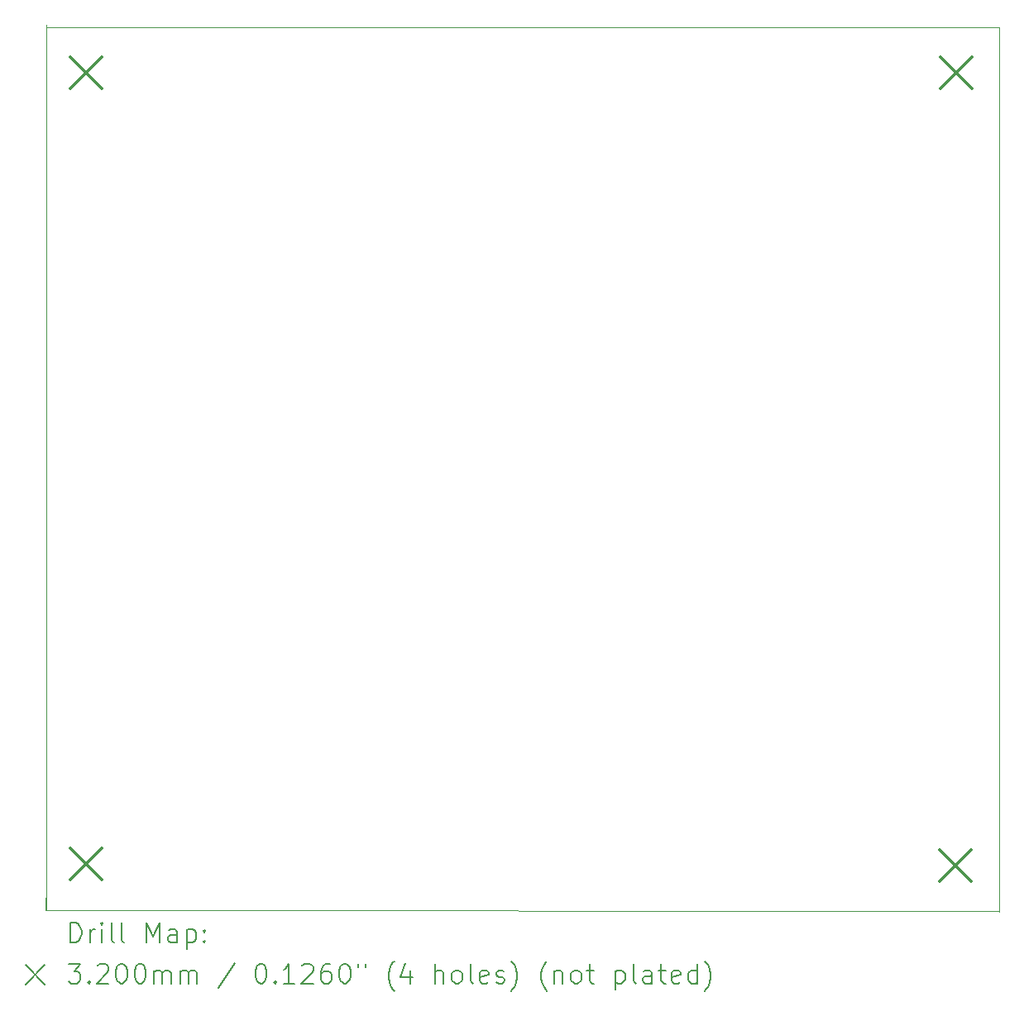
<source format=gbr>
%TF.GenerationSoftware,KiCad,Pcbnew,9.0.6*%
%TF.CreationDate,2025-12-01T13:26:05+09:00*%
%TF.ProjectId,ATTiny85-mppt,41545469-6e79-4383-952d-6d7070742e6b,1.9*%
%TF.SameCoordinates,Original*%
%TF.FileFunction,Drillmap*%
%TF.FilePolarity,Positive*%
%FSLAX45Y45*%
G04 Gerber Fmt 4.5, Leading zero omitted, Abs format (unit mm)*
G04 Created by KiCad (PCBNEW 9.0.6) date 2025-12-01 13:26:05*
%MOMM*%
%LPD*%
G01*
G04 APERTURE LIST*
%ADD10C,0.100000*%
%ADD11C,0.200000*%
%ADD12C,0.320000*%
G04 APERTURE END LIST*
D10*
X4457700Y-11351768D02*
X4465828Y-11089640D01*
X14217904Y-11360404D02*
X4457700Y-11351768D01*
X4465320Y-11338052D02*
X4465320Y-2279396D01*
X14221968Y-2305812D02*
X14221968Y-11362944D01*
X4478020Y-2305812D02*
X14221968Y-2305812D01*
D11*
D12*
X4711212Y-2612664D02*
X5031212Y-2932664D01*
X5031212Y-2612664D02*
X4711212Y-2932664D01*
X4711212Y-10715772D02*
X5031212Y-11035772D01*
X5031212Y-10715772D02*
X4711212Y-11035772D01*
X13613404Y-10733044D02*
X13933404Y-11053044D01*
X13933404Y-10733044D02*
X13613404Y-11053044D01*
X13621532Y-2611140D02*
X13941532Y-2931140D01*
X13941532Y-2611140D02*
X13621532Y-2931140D01*
D11*
X4713477Y-11679428D02*
X4713477Y-11479428D01*
X4713477Y-11479428D02*
X4761096Y-11479428D01*
X4761096Y-11479428D02*
X4789667Y-11488952D01*
X4789667Y-11488952D02*
X4808715Y-11507999D01*
X4808715Y-11507999D02*
X4818239Y-11527047D01*
X4818239Y-11527047D02*
X4827763Y-11565142D01*
X4827763Y-11565142D02*
X4827763Y-11593713D01*
X4827763Y-11593713D02*
X4818239Y-11631809D01*
X4818239Y-11631809D02*
X4808715Y-11650856D01*
X4808715Y-11650856D02*
X4789667Y-11669904D01*
X4789667Y-11669904D02*
X4761096Y-11679428D01*
X4761096Y-11679428D02*
X4713477Y-11679428D01*
X4913477Y-11679428D02*
X4913477Y-11546094D01*
X4913477Y-11584190D02*
X4923001Y-11565142D01*
X4923001Y-11565142D02*
X4932524Y-11555618D01*
X4932524Y-11555618D02*
X4951572Y-11546094D01*
X4951572Y-11546094D02*
X4970620Y-11546094D01*
X5037286Y-11679428D02*
X5037286Y-11546094D01*
X5037286Y-11479428D02*
X5027763Y-11488952D01*
X5027763Y-11488952D02*
X5037286Y-11498475D01*
X5037286Y-11498475D02*
X5046810Y-11488952D01*
X5046810Y-11488952D02*
X5037286Y-11479428D01*
X5037286Y-11479428D02*
X5037286Y-11498475D01*
X5161096Y-11679428D02*
X5142048Y-11669904D01*
X5142048Y-11669904D02*
X5132524Y-11650856D01*
X5132524Y-11650856D02*
X5132524Y-11479428D01*
X5265858Y-11679428D02*
X5246810Y-11669904D01*
X5246810Y-11669904D02*
X5237286Y-11650856D01*
X5237286Y-11650856D02*
X5237286Y-11479428D01*
X5494429Y-11679428D02*
X5494429Y-11479428D01*
X5494429Y-11479428D02*
X5561096Y-11622285D01*
X5561096Y-11622285D02*
X5627762Y-11479428D01*
X5627762Y-11479428D02*
X5627762Y-11679428D01*
X5808715Y-11679428D02*
X5808715Y-11574666D01*
X5808715Y-11574666D02*
X5799191Y-11555618D01*
X5799191Y-11555618D02*
X5780143Y-11546094D01*
X5780143Y-11546094D02*
X5742048Y-11546094D01*
X5742048Y-11546094D02*
X5723001Y-11555618D01*
X5808715Y-11669904D02*
X5789667Y-11679428D01*
X5789667Y-11679428D02*
X5742048Y-11679428D01*
X5742048Y-11679428D02*
X5723001Y-11669904D01*
X5723001Y-11669904D02*
X5713477Y-11650856D01*
X5713477Y-11650856D02*
X5713477Y-11631809D01*
X5713477Y-11631809D02*
X5723001Y-11612761D01*
X5723001Y-11612761D02*
X5742048Y-11603237D01*
X5742048Y-11603237D02*
X5789667Y-11603237D01*
X5789667Y-11603237D02*
X5808715Y-11593713D01*
X5903953Y-11546094D02*
X5903953Y-11746094D01*
X5903953Y-11555618D02*
X5923001Y-11546094D01*
X5923001Y-11546094D02*
X5961096Y-11546094D01*
X5961096Y-11546094D02*
X5980143Y-11555618D01*
X5980143Y-11555618D02*
X5989667Y-11565142D01*
X5989667Y-11565142D02*
X5999191Y-11584190D01*
X5999191Y-11584190D02*
X5999191Y-11641332D01*
X5999191Y-11641332D02*
X5989667Y-11660380D01*
X5989667Y-11660380D02*
X5980143Y-11669904D01*
X5980143Y-11669904D02*
X5961096Y-11679428D01*
X5961096Y-11679428D02*
X5923001Y-11679428D01*
X5923001Y-11679428D02*
X5903953Y-11669904D01*
X6084905Y-11660380D02*
X6094429Y-11669904D01*
X6094429Y-11669904D02*
X6084905Y-11679428D01*
X6084905Y-11679428D02*
X6075382Y-11669904D01*
X6075382Y-11669904D02*
X6084905Y-11660380D01*
X6084905Y-11660380D02*
X6084905Y-11679428D01*
X6084905Y-11555618D02*
X6094429Y-11565142D01*
X6094429Y-11565142D02*
X6084905Y-11574666D01*
X6084905Y-11574666D02*
X6075382Y-11565142D01*
X6075382Y-11565142D02*
X6084905Y-11555618D01*
X6084905Y-11555618D02*
X6084905Y-11574666D01*
X4252700Y-11907944D02*
X4452700Y-12107944D01*
X4452700Y-11907944D02*
X4252700Y-12107944D01*
X4694429Y-11899428D02*
X4818239Y-11899428D01*
X4818239Y-11899428D02*
X4751572Y-11975618D01*
X4751572Y-11975618D02*
X4780144Y-11975618D01*
X4780144Y-11975618D02*
X4799191Y-11985142D01*
X4799191Y-11985142D02*
X4808715Y-11994666D01*
X4808715Y-11994666D02*
X4818239Y-12013713D01*
X4818239Y-12013713D02*
X4818239Y-12061332D01*
X4818239Y-12061332D02*
X4808715Y-12080380D01*
X4808715Y-12080380D02*
X4799191Y-12089904D01*
X4799191Y-12089904D02*
X4780144Y-12099428D01*
X4780144Y-12099428D02*
X4723001Y-12099428D01*
X4723001Y-12099428D02*
X4703953Y-12089904D01*
X4703953Y-12089904D02*
X4694429Y-12080380D01*
X4903953Y-12080380D02*
X4913477Y-12089904D01*
X4913477Y-12089904D02*
X4903953Y-12099428D01*
X4903953Y-12099428D02*
X4894429Y-12089904D01*
X4894429Y-12089904D02*
X4903953Y-12080380D01*
X4903953Y-12080380D02*
X4903953Y-12099428D01*
X4989667Y-11918475D02*
X4999191Y-11908952D01*
X4999191Y-11908952D02*
X5018239Y-11899428D01*
X5018239Y-11899428D02*
X5065858Y-11899428D01*
X5065858Y-11899428D02*
X5084905Y-11908952D01*
X5084905Y-11908952D02*
X5094429Y-11918475D01*
X5094429Y-11918475D02*
X5103953Y-11937523D01*
X5103953Y-11937523D02*
X5103953Y-11956571D01*
X5103953Y-11956571D02*
X5094429Y-11985142D01*
X5094429Y-11985142D02*
X4980144Y-12099428D01*
X4980144Y-12099428D02*
X5103953Y-12099428D01*
X5227763Y-11899428D02*
X5246810Y-11899428D01*
X5246810Y-11899428D02*
X5265858Y-11908952D01*
X5265858Y-11908952D02*
X5275382Y-11918475D01*
X5275382Y-11918475D02*
X5284905Y-11937523D01*
X5284905Y-11937523D02*
X5294429Y-11975618D01*
X5294429Y-11975618D02*
X5294429Y-12023237D01*
X5294429Y-12023237D02*
X5284905Y-12061332D01*
X5284905Y-12061332D02*
X5275382Y-12080380D01*
X5275382Y-12080380D02*
X5265858Y-12089904D01*
X5265858Y-12089904D02*
X5246810Y-12099428D01*
X5246810Y-12099428D02*
X5227763Y-12099428D01*
X5227763Y-12099428D02*
X5208715Y-12089904D01*
X5208715Y-12089904D02*
X5199191Y-12080380D01*
X5199191Y-12080380D02*
X5189667Y-12061332D01*
X5189667Y-12061332D02*
X5180144Y-12023237D01*
X5180144Y-12023237D02*
X5180144Y-11975618D01*
X5180144Y-11975618D02*
X5189667Y-11937523D01*
X5189667Y-11937523D02*
X5199191Y-11918475D01*
X5199191Y-11918475D02*
X5208715Y-11908952D01*
X5208715Y-11908952D02*
X5227763Y-11899428D01*
X5418239Y-11899428D02*
X5437286Y-11899428D01*
X5437286Y-11899428D02*
X5456334Y-11908952D01*
X5456334Y-11908952D02*
X5465858Y-11918475D01*
X5465858Y-11918475D02*
X5475382Y-11937523D01*
X5475382Y-11937523D02*
X5484905Y-11975618D01*
X5484905Y-11975618D02*
X5484905Y-12023237D01*
X5484905Y-12023237D02*
X5475382Y-12061332D01*
X5475382Y-12061332D02*
X5465858Y-12080380D01*
X5465858Y-12080380D02*
X5456334Y-12089904D01*
X5456334Y-12089904D02*
X5437286Y-12099428D01*
X5437286Y-12099428D02*
X5418239Y-12099428D01*
X5418239Y-12099428D02*
X5399191Y-12089904D01*
X5399191Y-12089904D02*
X5389667Y-12080380D01*
X5389667Y-12080380D02*
X5380144Y-12061332D01*
X5380144Y-12061332D02*
X5370620Y-12023237D01*
X5370620Y-12023237D02*
X5370620Y-11975618D01*
X5370620Y-11975618D02*
X5380144Y-11937523D01*
X5380144Y-11937523D02*
X5389667Y-11918475D01*
X5389667Y-11918475D02*
X5399191Y-11908952D01*
X5399191Y-11908952D02*
X5418239Y-11899428D01*
X5570620Y-12099428D02*
X5570620Y-11966094D01*
X5570620Y-11985142D02*
X5580144Y-11975618D01*
X5580144Y-11975618D02*
X5599191Y-11966094D01*
X5599191Y-11966094D02*
X5627763Y-11966094D01*
X5627763Y-11966094D02*
X5646810Y-11975618D01*
X5646810Y-11975618D02*
X5656334Y-11994666D01*
X5656334Y-11994666D02*
X5656334Y-12099428D01*
X5656334Y-11994666D02*
X5665858Y-11975618D01*
X5665858Y-11975618D02*
X5684905Y-11966094D01*
X5684905Y-11966094D02*
X5713477Y-11966094D01*
X5713477Y-11966094D02*
X5732524Y-11975618D01*
X5732524Y-11975618D02*
X5742048Y-11994666D01*
X5742048Y-11994666D02*
X5742048Y-12099428D01*
X5837286Y-12099428D02*
X5837286Y-11966094D01*
X5837286Y-11985142D02*
X5846810Y-11975618D01*
X5846810Y-11975618D02*
X5865858Y-11966094D01*
X5865858Y-11966094D02*
X5894429Y-11966094D01*
X5894429Y-11966094D02*
X5913477Y-11975618D01*
X5913477Y-11975618D02*
X5923001Y-11994666D01*
X5923001Y-11994666D02*
X5923001Y-12099428D01*
X5923001Y-11994666D02*
X5932524Y-11975618D01*
X5932524Y-11975618D02*
X5951572Y-11966094D01*
X5951572Y-11966094D02*
X5980143Y-11966094D01*
X5980143Y-11966094D02*
X5999191Y-11975618D01*
X5999191Y-11975618D02*
X6008715Y-11994666D01*
X6008715Y-11994666D02*
X6008715Y-12099428D01*
X6399191Y-11889904D02*
X6227763Y-12147047D01*
X6656334Y-11899428D02*
X6675382Y-11899428D01*
X6675382Y-11899428D02*
X6694429Y-11908952D01*
X6694429Y-11908952D02*
X6703953Y-11918475D01*
X6703953Y-11918475D02*
X6713477Y-11937523D01*
X6713477Y-11937523D02*
X6723001Y-11975618D01*
X6723001Y-11975618D02*
X6723001Y-12023237D01*
X6723001Y-12023237D02*
X6713477Y-12061332D01*
X6713477Y-12061332D02*
X6703953Y-12080380D01*
X6703953Y-12080380D02*
X6694429Y-12089904D01*
X6694429Y-12089904D02*
X6675382Y-12099428D01*
X6675382Y-12099428D02*
X6656334Y-12099428D01*
X6656334Y-12099428D02*
X6637286Y-12089904D01*
X6637286Y-12089904D02*
X6627763Y-12080380D01*
X6627763Y-12080380D02*
X6618239Y-12061332D01*
X6618239Y-12061332D02*
X6608715Y-12023237D01*
X6608715Y-12023237D02*
X6608715Y-11975618D01*
X6608715Y-11975618D02*
X6618239Y-11937523D01*
X6618239Y-11937523D02*
X6627763Y-11918475D01*
X6627763Y-11918475D02*
X6637286Y-11908952D01*
X6637286Y-11908952D02*
X6656334Y-11899428D01*
X6808715Y-12080380D02*
X6818239Y-12089904D01*
X6818239Y-12089904D02*
X6808715Y-12099428D01*
X6808715Y-12099428D02*
X6799191Y-12089904D01*
X6799191Y-12089904D02*
X6808715Y-12080380D01*
X6808715Y-12080380D02*
X6808715Y-12099428D01*
X7008715Y-12099428D02*
X6894429Y-12099428D01*
X6951572Y-12099428D02*
X6951572Y-11899428D01*
X6951572Y-11899428D02*
X6932525Y-11927999D01*
X6932525Y-11927999D02*
X6913477Y-11947047D01*
X6913477Y-11947047D02*
X6894429Y-11956571D01*
X7084906Y-11918475D02*
X7094429Y-11908952D01*
X7094429Y-11908952D02*
X7113477Y-11899428D01*
X7113477Y-11899428D02*
X7161096Y-11899428D01*
X7161096Y-11899428D02*
X7180144Y-11908952D01*
X7180144Y-11908952D02*
X7189667Y-11918475D01*
X7189667Y-11918475D02*
X7199191Y-11937523D01*
X7199191Y-11937523D02*
X7199191Y-11956571D01*
X7199191Y-11956571D02*
X7189667Y-11985142D01*
X7189667Y-11985142D02*
X7075382Y-12099428D01*
X7075382Y-12099428D02*
X7199191Y-12099428D01*
X7370620Y-11899428D02*
X7332525Y-11899428D01*
X7332525Y-11899428D02*
X7313477Y-11908952D01*
X7313477Y-11908952D02*
X7303953Y-11918475D01*
X7303953Y-11918475D02*
X7284906Y-11947047D01*
X7284906Y-11947047D02*
X7275382Y-11985142D01*
X7275382Y-11985142D02*
X7275382Y-12061332D01*
X7275382Y-12061332D02*
X7284906Y-12080380D01*
X7284906Y-12080380D02*
X7294429Y-12089904D01*
X7294429Y-12089904D02*
X7313477Y-12099428D01*
X7313477Y-12099428D02*
X7351572Y-12099428D01*
X7351572Y-12099428D02*
X7370620Y-12089904D01*
X7370620Y-12089904D02*
X7380144Y-12080380D01*
X7380144Y-12080380D02*
X7389667Y-12061332D01*
X7389667Y-12061332D02*
X7389667Y-12013713D01*
X7389667Y-12013713D02*
X7380144Y-11994666D01*
X7380144Y-11994666D02*
X7370620Y-11985142D01*
X7370620Y-11985142D02*
X7351572Y-11975618D01*
X7351572Y-11975618D02*
X7313477Y-11975618D01*
X7313477Y-11975618D02*
X7294429Y-11985142D01*
X7294429Y-11985142D02*
X7284906Y-11994666D01*
X7284906Y-11994666D02*
X7275382Y-12013713D01*
X7513477Y-11899428D02*
X7532525Y-11899428D01*
X7532525Y-11899428D02*
X7551572Y-11908952D01*
X7551572Y-11908952D02*
X7561096Y-11918475D01*
X7561096Y-11918475D02*
X7570620Y-11937523D01*
X7570620Y-11937523D02*
X7580144Y-11975618D01*
X7580144Y-11975618D02*
X7580144Y-12023237D01*
X7580144Y-12023237D02*
X7570620Y-12061332D01*
X7570620Y-12061332D02*
X7561096Y-12080380D01*
X7561096Y-12080380D02*
X7551572Y-12089904D01*
X7551572Y-12089904D02*
X7532525Y-12099428D01*
X7532525Y-12099428D02*
X7513477Y-12099428D01*
X7513477Y-12099428D02*
X7494429Y-12089904D01*
X7494429Y-12089904D02*
X7484906Y-12080380D01*
X7484906Y-12080380D02*
X7475382Y-12061332D01*
X7475382Y-12061332D02*
X7465858Y-12023237D01*
X7465858Y-12023237D02*
X7465858Y-11975618D01*
X7465858Y-11975618D02*
X7475382Y-11937523D01*
X7475382Y-11937523D02*
X7484906Y-11918475D01*
X7484906Y-11918475D02*
X7494429Y-11908952D01*
X7494429Y-11908952D02*
X7513477Y-11899428D01*
X7656334Y-11899428D02*
X7656334Y-11937523D01*
X7732525Y-11899428D02*
X7732525Y-11937523D01*
X8027763Y-12175618D02*
X8018239Y-12166094D01*
X8018239Y-12166094D02*
X7999191Y-12137523D01*
X7999191Y-12137523D02*
X7989668Y-12118475D01*
X7989668Y-12118475D02*
X7980144Y-12089904D01*
X7980144Y-12089904D02*
X7970620Y-12042285D01*
X7970620Y-12042285D02*
X7970620Y-12004190D01*
X7970620Y-12004190D02*
X7980144Y-11956571D01*
X7980144Y-11956571D02*
X7989668Y-11927999D01*
X7989668Y-11927999D02*
X7999191Y-11908952D01*
X7999191Y-11908952D02*
X8018239Y-11880380D01*
X8018239Y-11880380D02*
X8027763Y-11870856D01*
X8189668Y-11966094D02*
X8189668Y-12099428D01*
X8142048Y-11889904D02*
X8094429Y-12032761D01*
X8094429Y-12032761D02*
X8218239Y-12032761D01*
X8446811Y-12099428D02*
X8446811Y-11899428D01*
X8532525Y-12099428D02*
X8532525Y-11994666D01*
X8532525Y-11994666D02*
X8523001Y-11975618D01*
X8523001Y-11975618D02*
X8503953Y-11966094D01*
X8503953Y-11966094D02*
X8475382Y-11966094D01*
X8475382Y-11966094D02*
X8456334Y-11975618D01*
X8456334Y-11975618D02*
X8446811Y-11985142D01*
X8656334Y-12099428D02*
X8637287Y-12089904D01*
X8637287Y-12089904D02*
X8627763Y-12080380D01*
X8627763Y-12080380D02*
X8618239Y-12061332D01*
X8618239Y-12061332D02*
X8618239Y-12004190D01*
X8618239Y-12004190D02*
X8627763Y-11985142D01*
X8627763Y-11985142D02*
X8637287Y-11975618D01*
X8637287Y-11975618D02*
X8656334Y-11966094D01*
X8656334Y-11966094D02*
X8684906Y-11966094D01*
X8684906Y-11966094D02*
X8703953Y-11975618D01*
X8703953Y-11975618D02*
X8713477Y-11985142D01*
X8713477Y-11985142D02*
X8723001Y-12004190D01*
X8723001Y-12004190D02*
X8723001Y-12061332D01*
X8723001Y-12061332D02*
X8713477Y-12080380D01*
X8713477Y-12080380D02*
X8703953Y-12089904D01*
X8703953Y-12089904D02*
X8684906Y-12099428D01*
X8684906Y-12099428D02*
X8656334Y-12099428D01*
X8837287Y-12099428D02*
X8818239Y-12089904D01*
X8818239Y-12089904D02*
X8808715Y-12070856D01*
X8808715Y-12070856D02*
X8808715Y-11899428D01*
X8989668Y-12089904D02*
X8970620Y-12099428D01*
X8970620Y-12099428D02*
X8932525Y-12099428D01*
X8932525Y-12099428D02*
X8913477Y-12089904D01*
X8913477Y-12089904D02*
X8903953Y-12070856D01*
X8903953Y-12070856D02*
X8903953Y-11994666D01*
X8903953Y-11994666D02*
X8913477Y-11975618D01*
X8913477Y-11975618D02*
X8932525Y-11966094D01*
X8932525Y-11966094D02*
X8970620Y-11966094D01*
X8970620Y-11966094D02*
X8989668Y-11975618D01*
X8989668Y-11975618D02*
X8999192Y-11994666D01*
X8999192Y-11994666D02*
X8999192Y-12013713D01*
X8999192Y-12013713D02*
X8903953Y-12032761D01*
X9075382Y-12089904D02*
X9094430Y-12099428D01*
X9094430Y-12099428D02*
X9132525Y-12099428D01*
X9132525Y-12099428D02*
X9151573Y-12089904D01*
X9151573Y-12089904D02*
X9161096Y-12070856D01*
X9161096Y-12070856D02*
X9161096Y-12061332D01*
X9161096Y-12061332D02*
X9151573Y-12042285D01*
X9151573Y-12042285D02*
X9132525Y-12032761D01*
X9132525Y-12032761D02*
X9103953Y-12032761D01*
X9103953Y-12032761D02*
X9084906Y-12023237D01*
X9084906Y-12023237D02*
X9075382Y-12004190D01*
X9075382Y-12004190D02*
X9075382Y-11994666D01*
X9075382Y-11994666D02*
X9084906Y-11975618D01*
X9084906Y-11975618D02*
X9103953Y-11966094D01*
X9103953Y-11966094D02*
X9132525Y-11966094D01*
X9132525Y-11966094D02*
X9151573Y-11975618D01*
X9227763Y-12175618D02*
X9237287Y-12166094D01*
X9237287Y-12166094D02*
X9256334Y-12137523D01*
X9256334Y-12137523D02*
X9265858Y-12118475D01*
X9265858Y-12118475D02*
X9275382Y-12089904D01*
X9275382Y-12089904D02*
X9284906Y-12042285D01*
X9284906Y-12042285D02*
X9284906Y-12004190D01*
X9284906Y-12004190D02*
X9275382Y-11956571D01*
X9275382Y-11956571D02*
X9265858Y-11927999D01*
X9265858Y-11927999D02*
X9256334Y-11908952D01*
X9256334Y-11908952D02*
X9237287Y-11880380D01*
X9237287Y-11880380D02*
X9227763Y-11870856D01*
X9589668Y-12175618D02*
X9580144Y-12166094D01*
X9580144Y-12166094D02*
X9561096Y-12137523D01*
X9561096Y-12137523D02*
X9551573Y-12118475D01*
X9551573Y-12118475D02*
X9542049Y-12089904D01*
X9542049Y-12089904D02*
X9532525Y-12042285D01*
X9532525Y-12042285D02*
X9532525Y-12004190D01*
X9532525Y-12004190D02*
X9542049Y-11956571D01*
X9542049Y-11956571D02*
X9551573Y-11927999D01*
X9551573Y-11927999D02*
X9561096Y-11908952D01*
X9561096Y-11908952D02*
X9580144Y-11880380D01*
X9580144Y-11880380D02*
X9589668Y-11870856D01*
X9665858Y-11966094D02*
X9665858Y-12099428D01*
X9665858Y-11985142D02*
X9675382Y-11975618D01*
X9675382Y-11975618D02*
X9694430Y-11966094D01*
X9694430Y-11966094D02*
X9723001Y-11966094D01*
X9723001Y-11966094D02*
X9742049Y-11975618D01*
X9742049Y-11975618D02*
X9751573Y-11994666D01*
X9751573Y-11994666D02*
X9751573Y-12099428D01*
X9875382Y-12099428D02*
X9856334Y-12089904D01*
X9856334Y-12089904D02*
X9846811Y-12080380D01*
X9846811Y-12080380D02*
X9837287Y-12061332D01*
X9837287Y-12061332D02*
X9837287Y-12004190D01*
X9837287Y-12004190D02*
X9846811Y-11985142D01*
X9846811Y-11985142D02*
X9856334Y-11975618D01*
X9856334Y-11975618D02*
X9875382Y-11966094D01*
X9875382Y-11966094D02*
X9903954Y-11966094D01*
X9903954Y-11966094D02*
X9923001Y-11975618D01*
X9923001Y-11975618D02*
X9932525Y-11985142D01*
X9932525Y-11985142D02*
X9942049Y-12004190D01*
X9942049Y-12004190D02*
X9942049Y-12061332D01*
X9942049Y-12061332D02*
X9932525Y-12080380D01*
X9932525Y-12080380D02*
X9923001Y-12089904D01*
X9923001Y-12089904D02*
X9903954Y-12099428D01*
X9903954Y-12099428D02*
X9875382Y-12099428D01*
X9999192Y-11966094D02*
X10075382Y-11966094D01*
X10027763Y-11899428D02*
X10027763Y-12070856D01*
X10027763Y-12070856D02*
X10037287Y-12089904D01*
X10037287Y-12089904D02*
X10056334Y-12099428D01*
X10056334Y-12099428D02*
X10075382Y-12099428D01*
X10294430Y-11966094D02*
X10294430Y-12166094D01*
X10294430Y-11975618D02*
X10313477Y-11966094D01*
X10313477Y-11966094D02*
X10351573Y-11966094D01*
X10351573Y-11966094D02*
X10370620Y-11975618D01*
X10370620Y-11975618D02*
X10380144Y-11985142D01*
X10380144Y-11985142D02*
X10389668Y-12004190D01*
X10389668Y-12004190D02*
X10389668Y-12061332D01*
X10389668Y-12061332D02*
X10380144Y-12080380D01*
X10380144Y-12080380D02*
X10370620Y-12089904D01*
X10370620Y-12089904D02*
X10351573Y-12099428D01*
X10351573Y-12099428D02*
X10313477Y-12099428D01*
X10313477Y-12099428D02*
X10294430Y-12089904D01*
X10503954Y-12099428D02*
X10484906Y-12089904D01*
X10484906Y-12089904D02*
X10475382Y-12070856D01*
X10475382Y-12070856D02*
X10475382Y-11899428D01*
X10665858Y-12099428D02*
X10665858Y-11994666D01*
X10665858Y-11994666D02*
X10656335Y-11975618D01*
X10656335Y-11975618D02*
X10637287Y-11966094D01*
X10637287Y-11966094D02*
X10599192Y-11966094D01*
X10599192Y-11966094D02*
X10580144Y-11975618D01*
X10665858Y-12089904D02*
X10646811Y-12099428D01*
X10646811Y-12099428D02*
X10599192Y-12099428D01*
X10599192Y-12099428D02*
X10580144Y-12089904D01*
X10580144Y-12089904D02*
X10570620Y-12070856D01*
X10570620Y-12070856D02*
X10570620Y-12051809D01*
X10570620Y-12051809D02*
X10580144Y-12032761D01*
X10580144Y-12032761D02*
X10599192Y-12023237D01*
X10599192Y-12023237D02*
X10646811Y-12023237D01*
X10646811Y-12023237D02*
X10665858Y-12013713D01*
X10732525Y-11966094D02*
X10808715Y-11966094D01*
X10761096Y-11899428D02*
X10761096Y-12070856D01*
X10761096Y-12070856D02*
X10770620Y-12089904D01*
X10770620Y-12089904D02*
X10789668Y-12099428D01*
X10789668Y-12099428D02*
X10808715Y-12099428D01*
X10951573Y-12089904D02*
X10932525Y-12099428D01*
X10932525Y-12099428D02*
X10894430Y-12099428D01*
X10894430Y-12099428D02*
X10875382Y-12089904D01*
X10875382Y-12089904D02*
X10865858Y-12070856D01*
X10865858Y-12070856D02*
X10865858Y-11994666D01*
X10865858Y-11994666D02*
X10875382Y-11975618D01*
X10875382Y-11975618D02*
X10894430Y-11966094D01*
X10894430Y-11966094D02*
X10932525Y-11966094D01*
X10932525Y-11966094D02*
X10951573Y-11975618D01*
X10951573Y-11975618D02*
X10961096Y-11994666D01*
X10961096Y-11994666D02*
X10961096Y-12013713D01*
X10961096Y-12013713D02*
X10865858Y-12032761D01*
X11132525Y-12099428D02*
X11132525Y-11899428D01*
X11132525Y-12089904D02*
X11113477Y-12099428D01*
X11113477Y-12099428D02*
X11075382Y-12099428D01*
X11075382Y-12099428D02*
X11056335Y-12089904D01*
X11056335Y-12089904D02*
X11046811Y-12080380D01*
X11046811Y-12080380D02*
X11037287Y-12061332D01*
X11037287Y-12061332D02*
X11037287Y-12004190D01*
X11037287Y-12004190D02*
X11046811Y-11985142D01*
X11046811Y-11985142D02*
X11056335Y-11975618D01*
X11056335Y-11975618D02*
X11075382Y-11966094D01*
X11075382Y-11966094D02*
X11113477Y-11966094D01*
X11113477Y-11966094D02*
X11132525Y-11975618D01*
X11208715Y-12175618D02*
X11218239Y-12166094D01*
X11218239Y-12166094D02*
X11237287Y-12137523D01*
X11237287Y-12137523D02*
X11246811Y-12118475D01*
X11246811Y-12118475D02*
X11256334Y-12089904D01*
X11256334Y-12089904D02*
X11265858Y-12042285D01*
X11265858Y-12042285D02*
X11265858Y-12004190D01*
X11265858Y-12004190D02*
X11256334Y-11956571D01*
X11256334Y-11956571D02*
X11246811Y-11927999D01*
X11246811Y-11927999D02*
X11237287Y-11908952D01*
X11237287Y-11908952D02*
X11218239Y-11880380D01*
X11218239Y-11880380D02*
X11208715Y-11870856D01*
M02*

</source>
